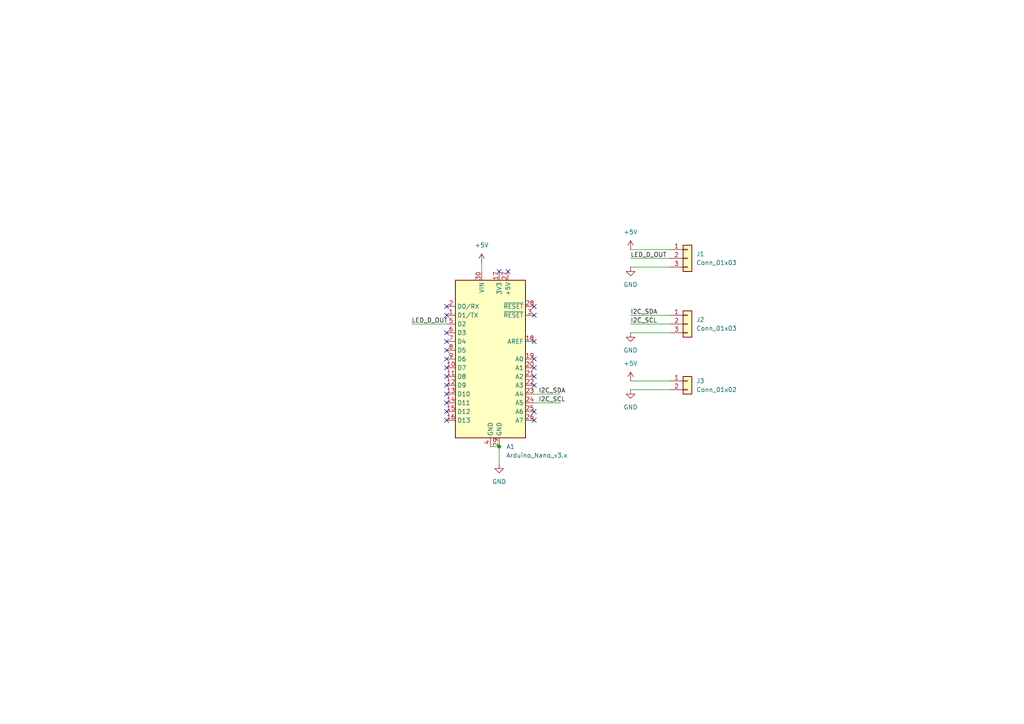
<source format=kicad_sch>
(kicad_sch (version 20211123) (generator eeschema)
  (paper "A4")
  (lib_symbols
    (symbol "Connector_Generic:Conn_01x02" (pin_names (offset 1.016) hide)
      (property "Reference" "J" (at 0 2.54 0))
      (property "Value" "Conn_01x02" (at 0 -5.08 0))
      (symbol "Conn_01x02_1_1"
        (rectangle (start -1.27 -2.413) (end 0 -2.667) (stroke (width 0.1524)))
        (rectangle (start -1.27 0.127) (end 0 -0.127) (stroke (width 0.1524)))
        (rectangle (start -1.27 1.27) (end 1.27 -3.81) (stroke (width 0.254)) (fill (type background)))
        (pin passive line (at -5.08 0 0) (length 3.81) (name "Pin_1") (number "1"))
        (pin passive line (at -5.08 -2.54 0) (length 3.81) (name "Pin_2") (number "2"))
      )
    )
    (symbol "Connector_Generic:Conn_01x03" (pin_names (offset 1.016) hide)
      (property "Reference" "J" (at 0 5.08 0))
      (property "Value" "Conn_01x03" (at 0 -5.08 0))
      (symbol "Conn_01x03_1_1"
        (rectangle (start -1.27 -2.413) (end 0 -2.667) (stroke (width 0.1524)))
        (rectangle (start -1.27 0.127) (end 0 -0.127) (stroke (width 0.1524)))
        (rectangle (start -1.27 2.667) (end 0 2.413) (stroke (width 0.1524)))
        (rectangle (start -1.27 3.81) (end 1.27 -3.81) (stroke (width 0.254)) (fill (type background)))
        (pin passive line (at -5.08 2.54 0) (length 3.81) (name "Pin_1") (number "1"))
        (pin passive line (at -5.08 0 0) (length 3.81) (name "Pin_2") (number "2"))
        (pin passive line (at -5.08 -2.54 0) (length 3.81) (name "Pin_3") (number "3"))
      )
    )
    (symbol "MCU_Module:Arduino_Nano_v3.x"
      (property "Reference" "A" (at -10.16 23.495 0))
      (property "Value" "Arduino_Nano_v3.x" (at 5.08 -24.13 0))
      (symbol "Arduino_Nano_v3.x_0_1"
        (rectangle (start -10.16 22.86) (end 10.16 -22.86) (stroke (width 0.254)) (fill (type background)))
      )
      (symbol "Arduino_Nano_v3.x_1_1"
        (pin bidirectional line (at -12.7 12.7 0) (length 2.54) (name "D1/TX") (number "1"))
        (pin bidirectional line (at -12.7 -2.54 0) (length 2.54) (name "D7") (number "10"))
        (pin bidirectional line (at -12.7 -5.08 0) (length 2.54) (name "D8") (number "11"))
        (pin bidirectional line (at -12.7 -7.62 0) (length 2.54) (name "D9") (number "12"))
        (pin bidirectional line (at -12.7 -10.16 0) (length 2.54) (name "D10") (number "13"))
        (pin bidirectional line (at -12.7 -12.7 0) (length 2.54) (name "D11") (number "14"))
        (pin bidirectional line (at -12.7 -15.24 0) (length 2.54) (name "D12") (number "15"))
        (pin bidirectional line (at -12.7 -17.78 0) (length 2.54) (name "D13") (number "16"))
        (pin power_out line (at 2.54 25.4 270) (length 2.54) (name "3V3") (number "17"))
        (pin input line (at 12.7 5.08 180) (length 2.54) (name "AREF") (number "18"))
        (pin bidirectional line (at 12.7 0 180) (length 2.54) (name "A0") (number "19"))
        (pin bidirectional line (at -12.7 15.24 0) (length 2.54) (name "D0/RX") (number "2"))
        (pin bidirectional line (at 12.7 -2.54 180) (length 2.54) (name "A1") (number "20"))
        (pin bidirectional line (at 12.7 -5.08 180) (length 2.54) (name "A2") (number "21"))
        (pin bidirectional line (at 12.7 -7.62 180) (length 2.54) (name "A3") (number "22"))
        (pin bidirectional line (at 12.7 -10.16 180) (length 2.54) (name "A4") (number "23"))
        (pin bidirectional line (at 12.7 -12.7 180) (length 2.54) (name "A5") (number "24"))
        (pin bidirectional line (at 12.7 -15.24 180) (length 2.54) (name "A6") (number "25"))
        (pin bidirectional line (at 12.7 -17.78 180) (length 2.54) (name "A7") (number "26"))
        (pin power_out line (at 5.08 25.4 270) (length 2.54) (name "+5V") (number "27"))
        (pin input line (at 12.7 15.24 180) (length 2.54) (name "~{RESET}") (number "28"))
        (pin power_in line (at 2.54 -25.4 90) (length 2.54) (name "GND") (number "29"))
        (pin input line (at 12.7 12.7 180) (length 2.54) (name "~{RESET}") (number "3"))
        (pin power_in line (at -2.54 25.4 270) (length 2.54) (name "VIN") (number "30"))
        (pin power_in line (at 0 -25.4 90) (length 2.54) (name "GND") (number "4"))
        (pin bidirectional line (at -12.7 10.16 0) (length 2.54) (name "D2") (number "5"))
        (pin bidirectional line (at -12.7 7.62 0) (length 2.54) (name "D3") (number "6"))
        (pin bidirectional line (at -12.7 5.08 0) (length 2.54) (name "D4") (number "7"))
        (pin bidirectional line (at -12.7 2.54 0) (length 2.54) (name "D5") (number "8"))
        (pin bidirectional line (at -12.7 0 0) (length 2.54) (name "D6") (number "9"))
      )
    )
    (symbol "power:+5V" (power) (pin_names (offset 0))
      (property "Value" "+5V" (at 0 3.556 0))
      (symbol "+5V_0_1"
        (polyline (pts (xy -0.762 1.27) (xy 0 2.54)))
        (polyline (pts (xy 0 0) (xy 0 2.54)))
        (polyline (pts (xy 0 2.54) (xy 0.762 1.27)))
      )
      (symbol "+5V_1_1"
        (pin power_in line (at 0 0 90) (length 0) hide (name "+5V") (number "1"))
      )
    )
    (symbol "power:GND" (power) (pin_names (offset 0))
      (property "Value" "GND" (at 0 -3.81 0))
      (symbol "GND_0_1"
        (polyline (pts (xy 0 0) (xy 0 -1.27) (xy 1.27 -1.27) (xy 0 -2.54) (xy -1.27 -1.27) (xy 0 -1.27)))
      )
      (symbol "GND_1_1"
        (pin power_in line (at 0 0 270) (length 0) hide (name "GND") (number "1"))
      )
    )
  )
  (junction (at 144.78 129.54))
  (no_connect (at 147.32 78.74))
  (no_connect (at 154.94 106.68))
  (no_connect (at 129.54 104.14))
  (no_connect (at 129.54 96.52))
  (no_connect (at 154.94 99.06))
  (no_connect (at 129.54 106.68))
  (no_connect (at 129.54 119.38))
  (no_connect (at 129.54 114.3))
  (no_connect (at 154.94 119.38))
  (no_connect (at 154.94 88.9))
  (no_connect (at 129.54 116.84))
  (no_connect (at 144.78 78.74))
  (no_connect (at 154.94 104.14))
  (no_connect (at 154.94 91.44))
  (no_connect (at 154.94 121.92))
  (no_connect (at 129.54 109.22))
  (no_connect (at 129.54 99.06))
  (no_connect (at 129.54 88.9))
  (no_connect (at 154.94 111.76))
  (no_connect (at 129.54 91.44))
  (no_connect (at 129.54 121.92))
  (no_connect (at 129.54 111.76))
  (no_connect (at 129.54 101.6))
  (no_connect (at 154.94 109.22))
  (wire (pts (xy 182.88 72.39) (xy 194.31 72.39)))
  (wire (pts (xy 182.88 93.98) (xy 194.31 93.98)))
  (wire (pts (xy 182.88 110.49) (xy 194.31 110.49)))
  (wire (pts (xy 144.78 129.54) (xy 144.78 134.62)))
  (wire (pts (xy 139.7 76.2) (xy 139.7 78.74)))
  (wire (pts (xy 142.24 129.54) (xy 144.78 129.54)))
  (wire (pts (xy 182.88 113.03) (xy 194.31 113.03)))
  (wire (pts (xy 154.94 116.84) (xy 162.56 116.84)))
  (wire (pts (xy 182.88 74.93) (xy 194.31 74.93)))
  (wire (pts (xy 182.88 91.44) (xy 194.31 91.44)))
  (wire (pts (xy 182.88 77.47) (xy 194.31 77.47)))
  (wire (pts (xy 182.88 96.52) (xy 194.31 96.52)))
  (wire (pts (xy 119.38 93.98) (xy 129.54 93.98)))
  (wire (pts (xy 154.94 114.3) (xy 162.56 114.3)))
  (label "LED_D_OUT" (at 119.38 93.98 0))
  (label "I2C_SCL" (at 156.21 116.84 0))
  (label "LED_D_OUT" (at 182.88 74.93 0))
  (label "I2C_SDA" (at 156.21 114.3 0))
  (label "I2C_SCL" (at 182.88 93.98 0))
  (label "I2C_SDA" (at 182.88 91.44 0))
  (symbol (lib_id "Connector_Generic:Conn_01x03") (at 199.39 93.98 0) (unit 1)
    (property "Reference" "J2" (at 201.93 92.7099 0) (effects (justify left)))
    (property "Value" "Conn_01x03" (at 201.93 95.2499 0) (effects (justify left)))
    (property "Footprint" "Connector_PinHeader_2.54mm:PinHeader_1x03_P2.54mm_Vertical" (effects hide))
  )
  (symbol (lib_id "Connector_Generic:Conn_01x02") (at 199.39 110.49 0) (unit 1)
    (property "Reference" "J3" (at 201.93 110.4899 0) (effects (justify left)))
    (property "Value" "Conn_01x02" (at 201.93 113.0299 0) (effects (justify left)))
    (property "Footprint" "Connector_PinHeader_2.54mm:PinHeader_1x02_P2.54mm_Vertical" (effects hide))
  )
  (symbol (lib_id "power:GND") (at 182.88 96.52 0) (unit 1)
    (property "Reference" "#PWR05" (effects hide))
    (property "Value" "GND" (at 182.88 101.6 0))
  )
  (symbol (lib_id "Connector_Generic:Conn_01x03") (at 199.39 74.93 0) (unit 1)
    (property "Reference" "J1" (at 201.93 73.6599 0) (effects (justify left)))
    (property "Value" "Conn_01x03" (at 201.93 76.1999 0) (effects (justify left)))
    (property "Footprint" "Connector_PinHeader_2.54mm:PinHeader_1x03_P2.54mm_Vertical" (effects hide))
  )
  (symbol (lib_id "power:+5V") (at 182.88 110.49 0) (unit 1)
    (property "Reference" "#PWR06" (effects hide))
    (property "Value" "+5V" (at 182.88 105.41 0))
  )
  (symbol (lib_id "power:+5V") (at 182.88 72.39 0) (unit 1)
    (property "Reference" "#PWR03" (effects hide))
    (property "Value" "+5V" (at 182.88 67.31 0))
  )
  (symbol (lib_id "power:GND") (at 182.88 77.47 0) (unit 1)
    (property "Reference" "#PWR04" (effects hide))
    (property "Value" "GND" (at 182.88 82.55 0))
  )
  (symbol (lib_id "power:GND") (at 144.78 134.62 0) (unit 1)
    (property "Reference" "#PWR02" (effects hide))
    (property "Value" "GND" (at 144.78 139.7 0))
  )
  (symbol (lib_id "MCU_Module:Arduino_Nano_v3.x") (at 142.24 104.14 0) (unit 1)
    (property "Reference" "A1" (at 146.7994 129.54 0) (effects (justify left)))
    (property "Value" "Arduino_Nano_v3.x" (at 146.7994 132.08 0) (effects (justify left)))
    (property "Footprint" "Module:Arduino_Nano" (effects hide))
    (property "Datasheet" "http://www.mouser.com/pdfdocs/Gravitech_Arduino_Nano3_0.pdf" (effects hide))
  )
  (symbol (lib_id "power:+5V") (at 139.7 76.2 0) (unit 1)
    (property "Reference" "#PWR01" (effects hide))
    (property "Value" "+5V" (at 139.7 71.12 0))
  )
  (symbol (lib_id "power:GND") (at 182.88 113.03 0) (unit 1)
    (property "Reference" "#PWR07" (effects hide))
    (property "Value" "GND" (at 182.88 118.11 0))
  )
)
</source>
